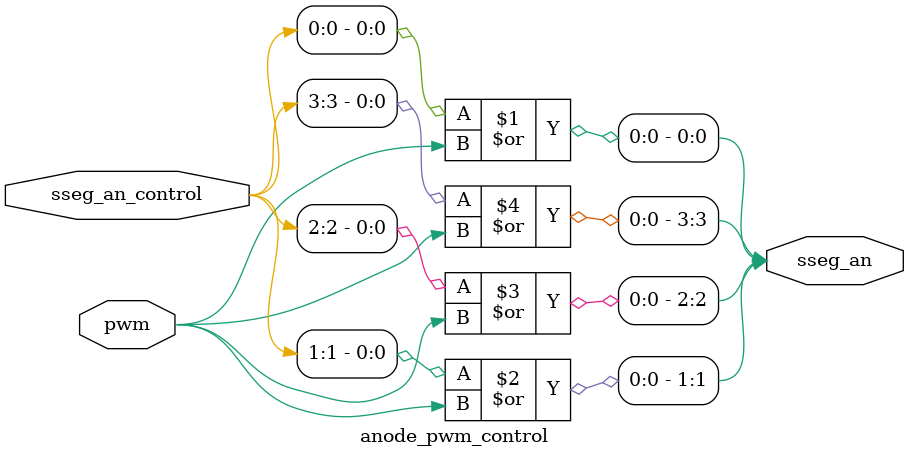
<source format=sv>
`timescale 1ns / 1ps
/******************************************************************************
 * (C) Copyright 2023 AGH UST All Rights Reserved
 *
 * MODULE:    minutes_counter
 * DEVICE:    xc7a35t_0 (BASYS3)
 * PROJECT:   stopwatch
 *
 * ABSTRACT:  Simple stopwatch with start and stop buttons and LCD display
 *
 * HISTORY:
 * 26 Jan 2024, KF - init of module
 *******************************************************************************/


module anode_pwm_control(
    input wire [3:0] sseg_an_control, // Sterowanie anodami z logiki wywietlacza
    input wire pwm,                   // Sygna³ PWM
    output wire [3:0] sseg_an         // Zmodyfikowane sterowanie anodami
);

    // Zastosuj sygna³ PWM do ka¿dej z anod
    assign sseg_an[0] = sseg_an_control[0] | pwm;
    assign sseg_an[1] = sseg_an_control[1] | pwm;
    assign sseg_an[2] = sseg_an_control[2] | pwm;
    assign sseg_an[3] = sseg_an_control[3] | pwm;

endmodule

</source>
